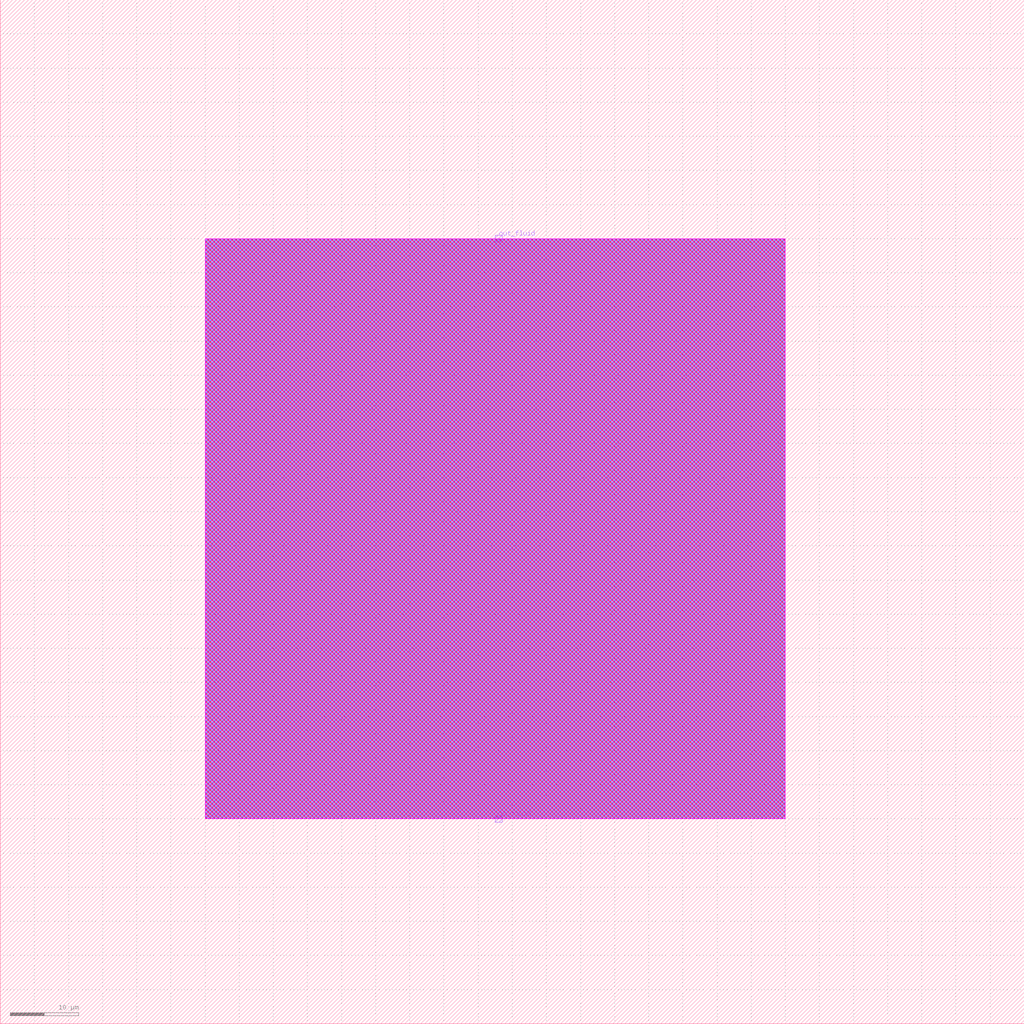
<source format=lef>

MACRO bidirectional_res_600ul
  CLASS CORE ;
  ORIGIN  0 0 ;
  FOREIGN bidirectional_res_600ul 0 0 ;
  SIZE 150 BY 150 ;
  SYMMETRY X Y ;
  SITE CoreSite ;
  PIN in_fluid
    DIRECTION INPUT ;
    USE SIGNAL ;
    PORT
      LAYER met1 ;
        RECT 72.5 29.5 73.5 30.5 ;
    END
  END in_fluid
  PIN out_fluid
    DIRECTION OUTPUT ;
    USE SIGNAL ;
    PORT
      LAYER met1 ;
        RECT 72.5 114.5 73.5 115.5 ;
    END
  END out_fluid
  OBS
    LAYER met1 ;
      RECT 30 30 115 115 ;
    LAYER met2 ;
      RECT 30 30 115 115 ;
    LAYER met3 ;
      RECT 30 30 115 115 ;
    LAYER met4 ;
      RECT 30 30 115 115 ;
    LAYER met5 ;
      RECT 30 30 115 115 ;
    LAYER met6 ;
      RECT 30 30 115 115 ;
    LAYER met7 ;
      RECT 30 30 115 115 ;
  END
  PROPERTY CatenaDesignType "deviceLevel" ;
END bidirectional_res_600ul

</source>
